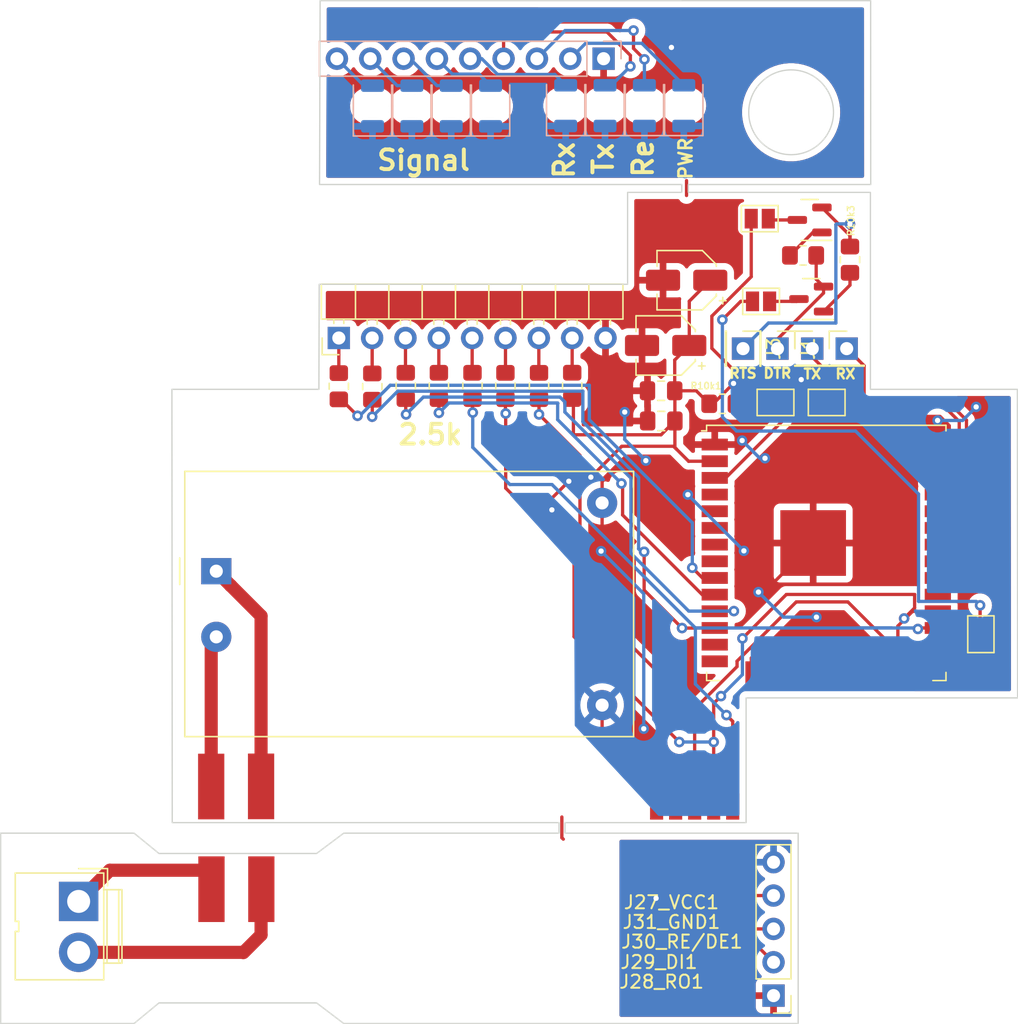
<source format=kicad_pcb>
(kicad_pcb (version 20211014) (generator pcbnew)
  (layers (0 "F.Cu" signal) (31 "B.Cu" signal) (34 "B.Paste" user) (35 "F.Paste" user) (36 "B.SilkS" user "B.Silkscreen") (37 "F.SilkS" user "F.Silkscreen") (38 "B.Mask" user) (39 "F.Mask" user) (44 "Edge.Cuts" user))
  (net 0 "")
  (net 1 "Net-(J3-Pad1)")
  (net 2 "Net-(J1-Pad1)")
  (net 3 "+3.3V")
  (net 4 "/EN")
  (net 5 "GND")
  (net 21 "/GPIO2")
  (net 22 "/GPIO0")
  (net 24 "/RX")
  (net 25 "/TX")
  (net 31 "/RXP")
  (net 32 "/TXD")
  (net 35 "Net-(D1-Pad2)")
  (net 36 "Net-(D2-Pad2)")
  (net 37 "Net-(D3-Pad2)")
  (net 38 "Net-(D4-Pad2)")
  (net 39 "GND1")
  (net 40 "Net-(J2-Pad2)")
  (net 41 "Net-(J2-Pad3)")
  (net 42 "Net-(J2-Pad4)")
  (net 43 "+3.3VA")
  (net 44 "Net-(J10-Pad1)")
  (net 45 "Net-(J6-Pad2)")
  (net 46 "Net-(J12-Pad1)")
  (net 47 "Net-(J13-Pad1)")
  (net 48 "Net-(JP3-Pad1)")
  (net 49 "Net-(JP4-Pad1)")
  (net 50 "Net-(JP5-Pad1)")
  (net 51 "Net-(D5-Pad2)")
  (net 52 "Net-(D6-Pad2)")
  (net 53 "Net-(D7-Pad2)")
  (net 54 "Net-(D8-Pad2)")
  (net 55 "Net-(Q1-Pad1)")
  (net 56 "Net-(Q2-Pad1)")
  (net 57 "/GPIO25")
  (net 58 "/GPIO26")
  (net 59 "/GPIO27")
  (net 60 "/GPIO33")
  (net 61 "Net-(J8-Pad1)")
  (net 62 "Net-(J8-Pad2)")
  (net 63 "Net-(J8-Pad3)")
  (net 64 "Net-(J8-Pad4)")
  (net 65 "Net-(J8-Pad5)")
  (net 66 "Net-(J8-Pad6)")
  (net 67 "Net-(J8-Pad7)")
  (net 68 "Net-(J8-Pad8)")
  (net 69 "GND2")
  (footprint "Connector_PinHeader_2.54mm:PinHeader_1x01_P2.54mm_Vertical" (layer "F.Cu") (at 185.425 96.2 -90)
    (fp_text reference "J3")
    (fp_text value "Conn_01x01_Male" hide)
  )
  (footprint "custom:TestPoint_Pad_4.0x4.0mm2" (layer "F.Cu") (at 181.79 131.12)
    (fp_text reference "J24" hide)
    (fp_text value "Conn_01x01_Male" hide)
  )
  (footprint "Jumper:SolderJumper-2_P1.3mm_Open_Pad1.0x1.5mm" (layer "F.Cu") (at 203.55 117.95 -90)
    (fp_text reference "JP2" hide)
    (fp_text value "SolderJumper_2_Open" hide)
  )
  (footprint "Connector_PinHeader_2.54mm:PinHeader_1x01_P2.54mm_Vertical" (layer "F.Cu") (at 188.05 96.2 -90)
    (fp_text reference "J1")
    (fp_text value "Conn_01x01_Male" hide)
  )
  (footprint "Resistor_SMD:R_0805_2012Metric_Pad1.20x1.40mm_HandSolder" (layer "F.Cu") (at 154.625 99.065 90)
    (fp_text reference "R2.5k8" hide)
    (fp_text value "R" hide)
  )
  (footprint "Jumper:SolderJumper-2_P1.3mm_Open_Pad1.0x1.5mm" (layer "F.Cu") (at 187.9 100.3)
    (fp_text reference "JP3" hide)
    (fp_text value "SolderJumper_2_Open" hide)
  )
  (footprint "Resistor_SMD:R_0805_2012Metric_Pad1.20x1.40mm_HandSolder" (layer "F.Cu") (at 193.575 89.425 -90)
    (fp_text reference "R10k3")
    (fp_text value "R" hide)
  )
  (footprint "Resistor_SMD:R_0805_2012Metric_Pad1.20x1.40mm_HandSolder" (layer "F.Cu") (at 190 89.1 180)
    (fp_text reference "R10k2" hide)
    (fp_text value "R" hide)
  )
  (footprint "custom:TestPoint_Pad_4.0x4.0mm2" (layer "F.Cu") (at 183.24 136.03)
    (fp_text reference "J29_DI1")
    (fp_text value "Conn_01x01_Male" hide)
  )
  (footprint "Resistor_SMD:R_0805_2012Metric_Pad1.20x1.40mm_HandSolder" (layer "F.Cu") (at 169.88 99.045 90)
    (fp_text reference "R2.5k2" hide)
    (fp_text value "R" hide)
  )
  (footprint "Connector_PinHeader_2.54mm:PinHeader_1x01_P2.54mm_Vertical" (layer "F.Cu") (at 190.7 96.2)
    (fp_text reference "J5" hide)
    (fp_text value "Conn_01x01_Male" hide)
  )
  (footprint "RF_Module:ESP32-WROOM-32U" (layer "F.Cu") (at 191.77 111.76)
    (fp_text reference "U1" hide)
    (fp_text value "ESP32-WROOM-32U" hide)
  )
  (footprint "custom:PinHeader_1x09_P2.54mm_Horizontal" (layer "F.Cu") (at 154.625 95.39 90)
    (fp_text reference "J8" hide)
    (fp_text value "Conn_01x09_Male" hide)
  )
  (footprint "Connector_PinHeader_2.54mm:PinHeader_1x05_P2.54mm_Vertical" (layer "F.Cu") (at 187.75 145.475 180)
    (fp_text reference "J2" hide)
    (fp_text value "Conn_01x05_Male" hide)
  )
  (footprint "Resistor_SMD:R_0805_2012Metric_Pad1.20x1.40mm_HandSolder" (layer "F.Cu") (at 157.175 99.09 90)
    (fp_text reference "R2.5k7" hide)
    (fp_text value "R" hide)
  )
  (footprint "Resistor_SMD:R_0805_2012Metric_Pad1.20x1.40mm_HandSolder" (layer "F.Cu") (at 167.32 99.045 90)
    (fp_text reference "R2.5k" hide)
    (fp_text value "R" hide)
  )
  (footprint "Jumper:SolderJumper-2_P1.3mm_Open_Pad1.0x1.5mm" (layer "F.Cu") (at 186.8 92.6 180)
    (fp_text reference "JP5" hide)
    (fp_text value "SolderJumper_2_Open" hide)
  )
  (footprint "Package_TO_SOT_SMD:SOT-23" (layer "F.Cu") (at 190.625 92.425 180)
    (fp_text reference "Q2" hide)
    (fp_text value "BC817" hide)
  )
  (footprint "Capacitor_SMD:CP_Elec_4x5.8" (layer "F.Cu") (at 181.13 90.99 180)
    (fp_text reference "C3" hide)
    (fp_text value "C_Polarized" hide)
  )
  (footprint "Resistor_SMD:R_0805_2012Metric_Pad1.20x1.40mm_HandSolder" (layer "F.Cu") (at 164.81 99.04 90)
    (fp_text reference "R2.5k4" hide)
    (fp_text value "R" hide)
  )
  (footprint "custom:TestPoint_Pad_4.0x4.0mm2" (layer "F.Cu") (at 180.34 131.12)
    (fp_text reference "J25" hide)
    (fp_text value "Conn_01x01_Male" hide)
  )
  (footprint "custom:TestPoint_Pad_4.0x4.0mm2" (layer "F.Cu") (at 178.89 136.03)
    (fp_text reference "J27_VCC1")
    (fp_text value "Conn_01x01_Male" hide)
  )
  (footprint "Capacitor_SMD:CP_Elec_4x5.8" (layer "F.Cu") (at 179.53 95.96 180)
    (fp_text reference "C4" hide)
    (fp_text value "C_Polarized" hide)
  )
  (footprint "Resistor_SMD:R_0805_2012Metric_Pad1.20x1.40mm_HandSolder" (layer "F.Cu") (at 159.725 99.04 90)
    (fp_text reference "R2.5k6" hide)
    (fp_text value "R" hide)
  )
  (footprint "Resistor_SMD:R_0805_2012Metric_Pad1.20x1.40mm_HandSolder" (layer "F.Cu") (at 162.25 99.04 90)
    (fp_text reference "R2.5k5" hide)
    (fp_text value "R" hide)
  )
  (footprint "custom:TestPoint_Pad_4.0x4.0mm" (layer "F.Cu") (at 144.95 129.6)
    (fp_text reference "J13" hide)
    (fp_text value "Conn_01x01_Male" hide)
  )
  (footprint "custom:TestPoint_Pad_4.0x4.0mm" (layer "F.Cu") (at 148.77 137.42)
    (fp_text reference "J9" hide)
    (fp_text value "Conn_01x01_Male" hide)
  )
  (footprint "custom:TestPoint_Pad_4.0x4.0mm" (layer "F.Cu") (at 144.97 137.42)
    (fp_text reference "J10" hide)
    (fp_text value "Conn_01x01_Male" hide)
  )
  (footprint "Resistor_SMD:R_0805_2012Metric_Pad1.20x1.40mm_HandSolder" (layer "F.Cu") (at 172.41 99.035 90)
    (fp_text reference "R2.5k1" hide)
    (fp_text value "R" hide)
  )
  (footprint "custom:TestPoint_Pad_4.0x4.0mm2" (layer "F.Cu") (at 183.24 131.12)
    (fp_text reference "J23" hide)
    (fp_text value "Conn_01x01_Male" hide)
  )
  (footprint "custom:TestPoint_Pad_4.0x4.0mm2" (layer "F.Cu") (at 184.69 131.12)
    (fp_text reference "J22" hide)
    (fp_text value "Conn_01x01_Male" hide)
  )
  (footprint "custom:TestPoint_Pad_4.0x4.0mm" (layer "F.Cu") (at 148.75 129.59)
    (fp_text reference "J12" hide)
    (fp_text value "Conn_01x01_Male" hide)
  )
  (footprint "custom:TestPoint_Pad_4.0x4.0mm2" (layer "F.Cu") (at 184.69 136.03)
    (fp_text reference "J28_RO1")
    (fp_text value "Conn_01x01_Male" hide)
  )
  (footprint "Connector:JWT_A3963_1x02_P3.96mm_Vertical" (layer "F.Cu") (at 134.8 138.3 -90)
    (fp_text reference "J6" hide)
    (fp_text value "Screw_Terminal_01x02" hide)
  )
  (footprint "Package_TO_SOT_SMD:SOT-23" (layer "F.Cu") (at 190.5 86.4 180)
    (fp_text reference "Q1" hide)
    (fp_text value "BC817" hide)
  )
  (footprint "Jumper:SolderJumper-2_P1.3mm_Open_Pad1.0x1.5mm" (layer "F.Cu") (at 186.7 86.3 180)
    (fp_text reference "JP4" hide)
    (fp_text value "SolderJumper_2_Open" hide)
  )
  (footprint "custom:TestPoint_Pad_4.0x4.0mm2" (layer "F.Cu") (at 178.89 131.12)
    (fp_text reference "J26" hide)
    (fp_text value "Conn_01x01_Male" hide)
  )
  (footprint "Jumper:SolderJumper-2_P1.3mm_Open_Pad1.0x1.5mm" (layer "F.Cu") (at 191.8 100.3)
    (fp_text reference "JP1" hide)
    (fp_text value "SolderJumper_2_Open" hide)
  )
  (footprint "Capacitor_SMD:C_0805_2012Metric_Pad1.18x1.45mm_HandSolder" (layer "F.Cu") (at 179.195 101.71 180)
    (fp_text reference "C1" hide)
    (fp_text value "C" hide)
  )
  (footprint "custom:TestPoint_Pad_4.0x4.0mm2" (layer "F.Cu") (at 181.79 136.03)
    (fp_text reference "J30_RE/DE1")
    (fp_text value "Conn_01x01_Male" hide)
  )
  (footprint "Converter_ACDC:Converter_ACDC_HiLink_HLK-PMxx" (layer "F.Cu") (at 145.2875 113.15)
    (fp_text reference "PS1" hide)
    (fp_text value "HLK-PM03")
  )
  (footprint "Connector_PinHeader_2.54mm:PinHeader_1x01_P2.54mm_Vertical" (layer "F.Cu") (at 193.325 96.2)
    (fp_text reference "J4" hide)
    (fp_text value "Conn_01x01_Male" hide)
  )
  (footprint "Capacitor_SMD:C_0805_2012Metric_Pad1.18x1.45mm_HandSolder" (layer "F.Cu") (at 179.1825 99.41 180)
    (fp_text reference "C2" hide)
    (fp_text value "C" hide)
  )
  (footprint "Resistor_SMD:R_0805_2012Metric_Pad1.20x1.40mm_HandSolder" (layer "F.Cu") (at 183.85 100.4)
    (fp_text reference "R10k1")
    (fp_text value "R" hide)
  )
  (footprint "custom:TestPoint_Pad_4.0x4.0mm2" (layer "F.Cu") (at 180.34 136.03)
    (fp_text reference "J31_GND1")
    (fp_text value "Conn_01x01_Male" hide)
  )
  (footprint "LED_SMD:LED_1206_3216Metric_ReverseMount_Hole1.8x2.4mm" (layer "B.Cu") (at 177.91 77.69 90)
    (fp_text reference "D1" hide)
    (fp_text value "LED" hide)
  )
  (footprint "LED_SMD:LED_1206_3216Metric_ReverseMount_Hole1.8x2.4mm" (layer "B.Cu") (at 160.19 77.72 90)
    (fp_text reference "D7" hide)
    (fp_text value "LED" hide)
  )
  (footprint "LED_SMD:LED_1206_3216Metric_ReverseMount_Hole1.8x2.4mm" (layer "B.Cu") (at 180.91 77.69 90)
    (fp_text reference "D4" hide)
    (fp_text value "LED")
  )
  (footprint "LED_SMD:LED_1206_3216Metric_ReverseMount_Hole1.8x2.4mm" (layer "B.Cu") (at 157.19 77.72 90)
    (fp_text reference "D8" hide)
    (fp_text value "LED" hide)
  )
  (footprint "LED_SMD:LED_1206_3216Metric_ReverseMount_Hole1.8x2.4mm" (layer "B.Cu") (at 163.19 77.72 90)
    (fp_text reference "D6" hide)
    (fp_text value "LED" hide)
  )
  (footprint "LED_SMD:LED_1206_3216Metric_ReverseMount_Hole1.8x2.4mm" (layer "B.Cu") (at 171.91 77.69 90)
    (fp_text reference "D3" hide)
    (fp_text value "LED" hide)
  )
  (footprint "LED_SMD:LED_1206_3216Metric_ReverseMount_Hole1.8x2.4mm" (layer "B.Cu") (at 166.19 77.72 90)
    (fp_text reference "D5" hide)
    (fp_text value "LED" hide)
  )
  (footprint "Connector_PinSocket_2.54mm:PinSocket_1x09_P2.54mm_Vertical" (layer "B.Cu") (at 174.8 74.11901 90)
    (fp_text reference "J7" hide)
    (fp_text value "Conn_01x09_Male" hide)
  )
  (footprint "LED_SMD:LED_1206_3216Metric_ReverseMount_Hole1.8x2.4mm" (layer "B.Cu") (at 174.91 77.69 90)
    (fp_text reference "D2" hide)
    (fp_text value "LED" hide)
  )
  (gr_poly (pts (xy 195.15 69.7) (xy 195.156493 83.7) (xy 181.256493 83.7) (xy 181.256493 84.3) (xy 195.131493 84.3) (xy 195.131493 99.3) (xy 206.331493 99.3) (xy 206.35 122.8) (xy 185.66 122.8) (xy 185.66 132.3) (xy 171.856493 132.3) (xy 171.856493 133.1) (xy 189.626493 133.1) (xy 189.626493 147.6) (xy 155 147.6) (xy 152.93 146.03) (xy 140.92 146.03) (xy 139.02 147.6) (xy 128.856493 147.6) (xy 128.856493 133.1) (xy 139.02 133.1) (xy 140.92 134.65) (xy 152.93 134.65) (xy 155 133.1) (xy 171.406493 133.1) (xy 171.406493 132.3) (xy 141.931493 132.3) (xy 141.906493 99.3) (xy 153.106493 99.3) (xy 153.13 91.3) (xy 176.63 91.3) (xy 176.63 84.3) (xy 180.756493 84.3) (xy 180.756493 83.7) (xy 153.156493 83.7) (xy 153.2 69.698012)) (layer "Edge.Cuts") (width 0.1) (fill none))
  (gr_circle (center 189.09 78.2) (end 192.32 78.2) (layer "Edge.Cuts") (width 0.1) (fill none))
  (gr_text "RTS DTR" (at 186.74 98.08) (layer "F.SilkS") (effects (font (size 0.75 0.75) (thickness 0.1875))))
  (gr_text "PWR" (at 181.05 81.72 90) (layer "F.SilkS") (effects (font (size 1 1) (thickness 0.2))))
  (gr_text "2.5k" (at 161.59 102.75) (layer "F.SilkS") (effects (font (size 1.5 1.5) (thickness 0.3))))
  (gr_text "Rx" (at 171.8 81.85 90) (layer "F.SilkS") (effects (font (size 1.5 1.5) (thickness 0.3))))
  (gr_text "Signal" (at 161.08 81.85) (layer "F.SilkS") (effects (font (size 1.5 1.5) (thickness 0.3))))
  (gr_text "TX  RX" (at 192.01 98.13) (layer "F.SilkS") (effects (font (size 0.75 0.75) (thickness 0.1875))))
  (gr_text "Tx" (at 174.77 81.74 90) (layer "F.SilkS") (effects (font (size 1.5 1.5) (thickness 0.3))))
  (gr_text "Re" (at 177.81 81.72 90) (layer "F.SilkS") (effects (font (size 1.5 1.5) (thickness 0.3))))
  (segment (start 171.62 133.45) (end 171.73 133.56) (width 0.25) (layer "F.Cu") (net 0))
  (segment (start 171.62 131.87) (end 171.62 133.45) (width 0.25) (layer "F.Cu") (net 0))
  (segment (start 181.12 83.4) (end 181.12 84.54) (width 0.25) (layer "F.Cu") (net 0))
  (segment (start 193.575 87.5875) (end 191.4375 85.45) (width 0.25) (layer "F.Cu") (net 1))
  (segment (start 193.575 88.425) (end 193.575 86.7) (width 0.25) (layer "F.Cu") (net 1))
  (segment (start 193.575 88.425) (end 193.575 87.5875) (width 0.25) (layer "F.Cu") (net 1))
  (via (at 193.575 86.7) (size 0.8) (drill 0.4) (layers "F.Cu" "B.Cu") (net 1))
  (segment (start 185.425 96.185) (end 185.425 96.2) (width 0.25) (layer "B.Cu") (net 1))
  (segment (start 192.5 86.75) (end 192.5 94.25) (width 0.25) (layer "B.Cu") (net 1))
  (segment (start 192.5 94.25) (end 187.36 94.25) (width 0.25) (layer "B.Cu") (net 1))
  (segment (start 193.575 86.7) (end 192.55 86.7) (width 0.25) (layer "B.Cu") (net 1))
  (segment (start 192.55 86.7) (end 192.5 86.75) (width 0.25) (layer "B.Cu") (net 1))
  (segment (start 187.36 94.25) (end 185.425 96.185) (width 0.25) (layer "B.Cu") (net 1))
  (segment (start 191 90.9125) (end 191.5625 91.475) (width 0.25) (layer "F.Cu") (net 2))
  (segment (start 191.5625 91.965749) (end 188.05 95.478249) (width 0.25) (layer "F.Cu") (net 2))
  (segment (start 191.5625 91.475) (end 191.5625 91.965749) (width 0.25) (layer "F.Cu") (net 2))
  (segment (start 188.05 95.478249) (end 188.05 96.2) (width 0.25) (layer "F.Cu") (net 2))
  (segment (start 191 89.1) (end 191 90.9125) (width 0.25) (layer "F.Cu") (net 2))
  (segment (start 181.86 99.41) (end 182.85 100.4) (width 0.25) (layer "F.Cu") (net 3))
  (segment (start 180.35 103.85) (end 180.2325 103.7325) (width 0.25) (layer "F.Cu") (net 3))
  (segment (start 182.85 100.4) (end 183.15 100.4) (width 0.25) (layer "F.Cu") (net 3))
  (segment (start 183.27 104.775) (end 181.285 104.775) (width 0.25) (layer "F.Cu") (net 3))
  (segment (start 181.33 92.59) (end 182.93 90.99) (width 0.25) (layer "F.Cu") (net 3))
  (segment (start 172.5 102.76) (end 179.1825 102.76) (width 0.25) (layer "F.Cu") (net 3))
  (segment (start 183.15 100.4) (end 184.700201 98.849799) (width 0.25) (layer "F.Cu") (net 3))
  (segment (start 180.22 99.41) (end 180.22 97.07) (width 0.25) (layer "F.Cu") (net 3))
  (segment (start 180.135 103.635) (end 176.185 103.635) (width 0.25) (layer "F.Cu") (net 3))
  (segment (start 180.2325 103.7325) (end 180.2325 101.71) (width 0.25) (layer "F.Cu") (net 3))
  (segment (start 180.22 99.41) (end 181.86 99.41) (width 0.25) (layer "F.Cu") (net 3))
  (segment (start 172.5 100.125) (end 172.41 100.035) (width 0.25) (layer "F.Cu") (net 3))
  (segment (start 181.33 95.96) (end 181.33 92.59) (width 0.25) (layer "F.Cu") (net 3))
  (segment (start 180.35 103.85) (end 180.135 103.635) (width 0.25) (layer "F.Cu") (net 3))
  (segment (start 180.2325 99.4225) (end 180.22 99.41) (width 0.25) (layer "F.Cu") (net 3))
  (segment (start 172.5 102.76) (end 172.5 100.125) (width 0.25) (layer "F.Cu") (net 3))
  (segment (start 180.22 97.07) (end 181.33 95.96) (width 0.25) (layer "F.Cu") (net 3))
  (segment (start 181.285 104.775) (end 181.28 104.78) (width 0.25) (layer "F.Cu") (net 3))
  (segment (start 170.86 107.59) (end 170.86 108.48) (width 0.25) (layer "F.Cu") (net 3))
  (segment (start 181.28 104.78) (end 180.35 103.85) (width 0.25) (layer "F.Cu") (net 3))
  (segment (start 174.6875 123.35) (end 174.6875 126.9175) (width 0.25) (layer "F.Cu") (net 3))
  (segment (start 174.6875 126.9175) (end 178.84 131.07) (width 0.25) (layer "F.Cu") (net 3))
  (segment (start 172.15 106.3) (end 170.86 107.59) (width 0.25) (layer "F.Cu") (net 3))
  (segment (start 179.1825 102.76) (end 180.2325 101.71) (width 0.25) (layer "F.Cu") (net 3))
  (segment (start 180.2325 101.71) (end 180.2325 99.4225) (width 0.25) (layer "F.Cu") (net 3))
  (segment (start 176.185 103.635) (end 173.83 105.99) (width 0.25) (layer "F.Cu") (net 3))
  (via (at 173.83 105.99) (size 0.8) (drill 0.4) (layers "F.Cu" "B.Cu") (net 3))
  (via (at 170.86 108.48) (size 0.8) (drill 0.4) (layers "F.Cu" "B.Cu") (net 3))
  (via (at 189.86 98.56) (size 0.8) (drill 0.4) (layers "F.Cu" "B.Cu") (net 3))
  (via (at 184.700201 98.849799) (size 0.8) (drill 0.4) (layers "F.Cu" "B.Cu") (net 3))
  (via (at 172.15 106.3) (size 0.8) (drill 0.4) (layers "F.Cu" "B.Cu") (net 3))
  (segment (start 173.83 105.99) (end 172.46 105.99) (width 0.25) (layer "B.Cu") (net 3))
  (segment (start 172.46 105.99) (end 172.15 106.3) (width 0.25) (layer "B.Cu") (net 3))
  (segment (start 184.99 98.56) (end 189.86 98.56) (width 0.25) (layer "B.Cu") (net 3))
  (segment (start 184.700201 98.849799) (end 184.99 98.56) (width 0.25) (layer "B.Cu") (net 3))
  (segment (start 186.05 90.725) (end 183.05 93.725) (width 0.25) (layer "F.Cu") (net 4))
  (segment (start 184.1 106.045) (end 183.27 106.045) (width 0.25) (layer "F.Cu") (net 4))
  (segment (start 183.05 96.175) (end 186.1 99.225) (width 0.25) (layer "F.Cu") (net 4))
  (segment (start 183.05 93.725) (end 183.05 96.175) (width 0.25) (layer "F.Cu") (net 4))
  (segment (start 188.075 99.225) (end 188.55 99.7) (width 0.25) (layer "F.Cu") (net 4))
  (segment (start 188.55 100.3) (end 191.15 100.3) (width 0.25) (layer "F.Cu") (net 4))
  (segment (start 188.55 99.7) (end 188.55 100.3) (width 0.25) (layer "F.Cu") (net 4))
  (segment (start 186.05 86.3) (end 186.05 90.725) (width 0.25) (layer "F.Cu") (net 4))
  (segment (start 188.55 100.3) (end 188.55 101.595) (width 0.25) (layer "F.Cu") (net 4))
  (segment (start 186.1 99.225) (end 188.075 99.225) (width 0.25) (layer "F.Cu") (net 4))
  (segment (start 188.55 101.595) (end 184.1 106.045) (width 0.25) (layer "F.Cu") (net 4))
  (segment (start 191.02 118.43) (end 190.44 119.01) (width 0.25) (layer "F.Cu") (net 5))
  (segment (start 187.035 114.74) (end 190.77 111.005) (width 0.25) (layer "F.Cu") (net 5))
  (segment (start 186.085 111.005) (end 185.49 111.6) (width 0.25) (layer "F.Cu") (net 5))
  (segment (start 187 104.65) (end 187.1 104.55) (width 0.25) (layer "F.Cu") (net 5))
  (segment (start 178.12 101.7475) (end 178.1575 101.71) (width 0.25) (layer "F.Cu") (net 5))
  (segment (start 186.81 119.01) (end 186.055 119.765) (width 0.25) (layer "F.Cu") (net 5))
  (segment (start 174.61 111.62) (end 174.6875 111.5425) (width 0.25) (layer "F.Cu") (net 5))
  (segment (start 190.77 111.005) (end 186.085 111.005) (width 0.25) (layer "F.Cu") (net 5))
  (segment (start 186.6 114.74) (end 187.035 114.74) (width 0.25) (layer "F.Cu") (net 5))
  (segment (start 186.055 121.015) (end 186.055 121.855) (width 0.25) (layer "F.Cu") (net 5))
  (segment (start 186.055 119.765) (end 186.055 121.015) (width 0.25) (layer "F.Cu") (net 5))
  (segment (start 190.44 119.01) (end 186.81 119.01) (width 0.25) (layer "F.Cu") (net 5))
  (segment (start 174.6875 111.5425) (end 174.6875 107.95) (width 0.25) (layer "F.Cu") (net 5))
  (segment (start 186.05 121.01) (end 186.055 121.015) (width 0.25) (layer "F.Cu") (net 5))
  (segment (start 178.02 104.73) (end 176.281155 104.73) (width 0.25) (layer "F.Cu") (net 5))
  (segment (start 174.6875 106.323655) (end 174.6875 107.95) (width 0.25) (layer "F.Cu") (net 5))
  (segment (start 176.281155 104.73) (end 174.6875 106.323655) (width 0.25) (layer "F.Cu") (net 5))
  (segment (start 178.1575 99.4225) (end 178.145 99.41) (width 0.25) (layer "F.Cu") (net 5))
  (segment (start 191.02 116.65) (end 191.02 118.43) (width 0.25) (layer "F.Cu") (net 5))
  (segment (start 183.5755 103.1995) (end 183.27 103.505) (width 0.25) (layer "F.Cu") (net 5))
  (via (at 181.22 107.32) (size 0.8) (drill 0.4) (layers "F.Cu" "B.Cu") (net 5))
  (via (at 177.86 125.15) (size 0.8) (drill 0.4) (layers "F.Cu" "B.Cu") (net 5))
  (via (at 178.02 104.73) (size 0.8) (drill 0.4) (layers "F.Cu" "B.Cu") (net 5))
  (via (at 191.02 116.65) (size 0.8) (drill 0.4) (layers "F.Cu" "B.Cu") (net 5))
  (via (at 185.49 111.6) (size 0.8) (drill 0.4) (layers "F.Cu" "B.Cu") (net 5))
  (via (at 200.25 101.67) (size 0.8) (drill 0.4) (layers "F.Cu" "B.Cu") (net 5))
  (via (at 203.19 100.64) (size 0.8) (drill 0.4) (layers "F.Cu" "B.Cu") (net 5))
  (via (at 176.41 101.03) (size 0.8) (drill 0.4) (layers "F.Cu" "B.Cu") (net 5))
  (via (at 185.355637 103.1995) (size 0.8) (drill 0.4) (layers "F.Cu" "B.Cu") (net 5))
  (via (at 174.61 111.62) (size 0.8) (drill 0.4) (layers "F.Cu" "B.Cu") (net 5))
  (via (at 186.6 114.74) (size 0.8) (drill 0.4) (layers "F.Cu" "B.Cu") (net 5))
  (via (at 187.1 104.55) (size 0.8) (drill 0.4) (layers "F.Cu" "B.Cu") (net 5))
  (segment (start 187.1 104.55) (end 186.706137 104.55) (width 0.25) (layer "B.Cu") (net 5))
  (segment (start 185.355637 103.1995) (end 185.335137 103.22) (width 0.25) (layer "B.Cu") (net 5))
  (segment (start 200.25 101.67) (end 202.16 101.67) (width 0.25) (layer "B.Cu") (net 5))
  (segment (start 176.41 103.12) (end 176.41 101.03) (width 0.25) (layer "B.Cu") (net 5))
  (segment (start 177.86 114.87) (end 174.61 111.62) (width 0.25) (layer "B.Cu") (net 5))
  (segment (start 186.706137 104.55) (end 185.355637 103.1995) (width 0.25) (layer "B.Cu") (net 5))
  (segment (start 202.16 101.67) (end 203.19 100.64) (width 0.25) (layer "B.Cu") (net 5))
  (segment (start 185.49 111.6) (end 181.22 107.33) (width 0.25) (layer "B.Cu") (net 5))
  (segment (start 186.6 114.74) (end 188.51 116.65) (width 0.25) (layer "B.Cu") (net 5))
  (segment (start 188.51 116.65) (end 191.02 116.65) (width 0.25) (layer "B.Cu") (net 5))
  (segment (start 178.02 104.73) (end 176.41 103.12) (width 0.25) (layer "B.Cu") (net 5))
  (segment (start 177.86 125.15) (end 177.86 114.87) (width 0.25) (layer "B.Cu") (net 5))
  (segment (start 181.22 107.33) (end 181.22 107.32) (width 0.25) (layer "B.Cu") (net 5))
  (segment (start 184.97 120) (end 189.48 115.49) (width 0.25) (layer "F.Cu") (net 21))
  (segment (start 184.97 120.415) (end 184.97 120) (width 0.25) (layer "F.Cu") (net 21))
  (segment (start 181.74 123.645) (end 184.97 120.415) (width 0.25) (layer "F.Cu") (net 21))
  (segment (start 189.48 115.49) (end 193.415 115.49) (width 0.25) (layer "F.Cu") (net 21))
  (segment (start 181.74 131.07) (end 181.74 123.645) (width 0.25) (layer "F.Cu") (net 21))
  (segment (start 173 114.905) (end 181.74 123.645) (width 0.25) (layer "F.Cu") (net 21))
  (segment (start 169.88 101.21) (end 173 104.33) (width 0.25) (layer "F.Cu") (net 21))
  (segment (start 193.415 115.49) (end 196.6025 118.6775) (width 0.25) (layer "F.Cu") (net 21))
  (segment (start 196.59 118.68) (end 197.485 119.575) (width 0.25) (layer "F.Cu") (net 21))
  (segment (start 169.88 100.045) (end 169.88 101.155) (width 0.25) (layer "F.Cu") (net 21))
  (segment (start 173 104.33) (end 173 114.905) (width 0.25) (layer "F.Cu") (net 21))
  (segment (start 197.485 119.575) (end 197.485 121.015) (width 0.25) (layer "F.Cu") (net 21))
  (via (at 169.88 101.21) (size 0.8) (drill 0.4) (layers "F.Cu" "B.Cu") (net 21))
  (segment (start 203.49 115.75) (end 203.49 117.24) (width 0.25) (layer "F.Cu") (net 22))
  (segment (start 202.5 117.3) (end 201.595 118.205) (width 0.25) (layer "F.Cu") (net 22))
  (segment (start 183.85 94) (end 185.25 92.6) (width 0.25) (layer "F.Cu") (net 22))
  (segment (start 203.49 117.24) (end 203.55 117.3) (width 0.25) (layer "F.Cu") (net 22))
  (segment (start 203.55 117.3) (end 202.5 117.3) (width 0.25) (layer "F.Cu") (net 22))
  (segment (start 201.1 120.015) (end 200.27 120.015) (width 0.25) (layer "F.Cu") (net 22))
  (segment (start 185.25 92.6) (end 186.15 92.6) (width 0.25) (layer "F.Cu") (net 22))
  (segment (start 201.595 118.205) (end 201.595 119.52) (width 0.25) (layer "F.Cu") (net 22))
  (segment (start 201.595 119.52) (end 201.1 120.015) (width 0.25) (layer "F.Cu") (net 22))
  (via (at 203.49 115.75) (size 0.8) (drill 0.4) (layers "F.Cu" "B.Cu") (net 22))
  (via (at 183.85 94) (size 0.8) (drill 0.4) (layers "F.Cu" "B.Cu") (net 22))
  (segment (start 198.8 115.45) (end 201.7 115.45) (width 0.25) (layer "B.Cu") (net 22))
  (segment (start 201.7 115.45) (end 203.19 115.45) (width 0.25) (layer "B.Cu") (net 22))
  (segment (start 194 102.475) (end 198.8 107.275) (width 0.25) (layer "B.Cu") (net 22))
  (segment (start 198.8 107.275) (end 198.8 115.45) (width 0.25) (layer "B.Cu") (net 22))
  (segment (start 183.85 101.4) (end 184.925 102.475) (width 0.25) (layer "B.Cu") (net 22))
  (segment (start 183.85 94) (end 183.85 101.4) (width 0.25) (layer "B.Cu") (net 22))
  (segment (start 203.19 115.45) (end 203.49 115.75) (width 0.25) (layer "B.Cu") (net 22))
  (segment (start 184.925 102.475) (end 194 102.475) (width 0.25) (layer "B.Cu") (net 22))
  (segment (start 198.825 117.475) (end 200.27 117.475) (width 0.25) (layer "F.Cu") (net 24))
  (segment (start 164.81 100.04) (end 164.81 101.065) (width 0.25) (layer "F.Cu") (net 24))
  (segment (start 184.64 124.59) (end 184.16 124.11) (width 0.25) (layer "F.Cu") (net 24))
  (segment (start 184.64 131.07) (end 184.64 124.59) (width 0.25) (layer "F.Cu") (net 24))
  (segment (start 198.75 117.55) (end 198.825 117.475) (width 0.25) (layer "F.Cu") (net 24))
  (via (at 198.75 117.55) (size 0.8) (drill 0.4) (layers "F.Cu" "B.Cu") (net 24))
  (via (at 164.83 101.07) (size 0.8) (drill 0.4) (layers "F.Cu" "B.Cu") (net 24))
  (via (at 184.16 124.11) (size 0.8) (drill 0.4) (layers "F.Cu" "B.Cu") (net 24))
  (segment (start 181.7945 117.4745) (end 196.750305 117.4745) (width 0.25) (layer "B.Cu") (net 24))
  (segment (start 184.16 124.11) (end 181.7945 121.7445) (width 0.25) (layer "B.Cu") (net 24))
  (segment (start 194.115 117.475) (end 198.675 117.475) (width 0.25) (layer "B.Cu") (net 24))
  (segment (start 164.83 101.07) (end 164.83 103.72) (width 0.25) (layer "B.Cu") (net 24))
  (segment (start 164.83 103.72) (end 167.66 106.55) (width 0.25) (layer "B.Cu") (net 24))
  (segment (start 198.675 117.475) (end 198.75 117.55) (width 0.25) (layer "B.Cu") (net 24))
  (segment (start 170.87 106.55) (end 181.7945 117.4745) (width 0.25) (layer "B.Cu") (net 24))
  (segment (start 167.66 106.55) (end 170.87 106.55) (width 0.25) (layer "B.Cu") (net 24))
  (segment (start 181.7945 121.7445) (end 181.7945 117.4745) (width 0.25) (layer "B.Cu") (net 24))
  (segment (start 198.345 116.205) (end 197.225 117.325) (width 0.25) (layer "F.Cu") (net 25))
  (segment (start 167.34 101.14) (end 167.34 106.821396) (width 0.25) (layer "F.Cu") (net 25))
  (segment (start 167.32 100.045) (end 167.32 101.115) (width 0.25) (layer "F.Cu") (net 25))
  (segment (start 183.19 126.16) (end 183.19 123.2196) (width 0.25) (layer "F.Cu") (net 25))
  (segment (start 167.34 106.821396) (end 172.55 112.031396) (width 0.25) (layer "F.Cu") (net 25))
  (segment (start 185.38 118.27) (end 188.73 114.92) (width 0.25) (layer "F.Cu") (net 25))
  (segment (start 172.55 112.031396) (end 172.55 118.14) (width 0.25) (layer "F.Cu") (net 25))
  (segment (start 183.19 123.2196) (end 183.7448 122.6648) (width 0.25) (layer "F.Cu") (net 25))
  (segment (start 198.5 114.92) (end 198.5 115.9505) (width 0.25) (layer "F.Cu") (net 25))
  (segment (start 198.5 115.9505) (end 197.7 116.7505) (width 0.25) (layer "F.Cu") (net 25))
  (segment (start 183.19 131.07) (end 183.19 126.16) (width 0.25) (layer "F.Cu") (net 25))
  (segment (start 197.225 117.325) (end 197.225 118.625) (width 0.25) (layer "F.Cu") (net 25))
  (segment (start 200.27 116.205) (end 198.345 116.205) (width 0.25) (layer "F.Cu") (net 25))
  (segment (start 188.73 114.92) (end 198.5 114.92) (width 0.25) (layer "F.Cu") (net 25))
  (segment (start 197.225 118.625) (end 198.3 119.7) (width 0.25) (layer "F.Cu") (net 25))
  (segment (start 172.55 118.14) (end 180.57 126.16) (width 0.25) (layer "F.Cu") (net 25))
  (via (at 197.7 116.7505) (size 0.8) (drill 0.4) (layers "F.Cu" "B.Cu") (net 25))
  (via (at 185.38 118.27) (size 0.8) (drill 0.4) (layers "F.Cu" "B.Cu") (net 25))
  (via (at 183.7448 122.6648) (size 0.8) (drill 0.4) (layers "F.Cu" "B.Cu") (net 25))
  (via (at 183.19 126.16) (size 0.8) (drill 0.4) (layers "F.Cu" "B.Cu") (net 25))
  (via (at 180.57 126.16) (size 0.8) (drill 0.4) (layers "F.Cu" "B.Cu") (net 25))
  (via (at 167.34 101.14) (size 0.8) (drill 0.4) (layers "F.Cu" "B.Cu") (net 25))
  (segment (start 180.57 126.16) (end 183.19 126.16) (width 0.25) (layer "B.Cu") (net 25))
  (segment (start 185.38 121.0296) (end 185.38 118.27) (width 0.25) (layer "B.Cu") (net 25))
  (segment (start 183.7448 122.6648) (end 185.38 121.0296) (width 0.25) (layer "B.Cu") (net 25))
  (segment (start 197.7 116.85) (end 197.7 116.7505) (width 0.25) (layer "B.Cu") (net 25))
  (segment (start 194.65 97.5) (end 193.35 96.2) (width 0.25) (layer "F.Cu") (net 31))
  (segment (start 194.9 100) (end 194.65 99.75) (width 0.25) (layer "F.Cu") (net 31))
  (segment (start 201.515 108.585) (end 202.45 107.65) (width 0.25) (layer "F.Cu") (net 31))
  (segment (start 202.45 101.65) (end 200.8 100) (width 0.25) (layer "F.Cu") (net 31))
  (segment (start 194.65 99.75) (end 194.65 97.5) (width 0.25) (layer "F.Cu") (net 31))
  (segment (start 200.27 108.585) (end 201.515 108.585) (width 0.25) (layer "F.Cu") (net 31))
  (segment (start 200.8 100) (end 194.9 100) (width 0.25) (layer "F.Cu") (net 31))
  (segment (start 202.45 107.65) (end 202.45 101.65) (width 0.25) (layer "F.Cu") (net 31))
  (segment (start 201.9 106.515) (end 201.9 101.75) (width 0.25) (layer "F.Cu") (net 32))
  (segment (start 200.27 107.315) (end 201.1 107.315) (width 0.25) (layer "F.Cu") (net 32))
  (segment (start 201.1 107.315) (end 201.9 106.515) (width 0.25) (layer "F.Cu") (net 32))
  (segment (start 190.7 96.836396) (end 190.7 96.2) (width 0.25) (layer "F.Cu") (net 32))
  (segment (start 201.9 101.75) (end 200.75 100.6) (width 0.25) (layer "F.Cu") (net 32))
  (segment (start 194.463604 100.6) (end 190.7 96.836396) (width 0.25) (layer "F.Cu") (net 32))
  (segment (start 200.75 100.6) (end 194.463604 100.6) (width 0.25) (layer "F.Cu") (net 32))
  (segment (start 177.08 73.334598) (end 177.912701 74.167299) (width 0.25) (layer "F.Cu") (net 35))
  (segment (start 177.08 71.97) (end 177.08 73.334598) (width 0.25) (layer "F.Cu") (net 35))
  (via (at 177.912701 74.167299) (size 0.8) (drill 0.4) (layers "F.Cu" "B.Cu") (net 35))
  (via (at 177.08 71.97) (size 0.8) (drill 0.4) (layers "F.Cu" "B.Cu") (net 35))
  (segment (start 177.912701 74.167299) (end 177.91 74.17) (width 0.25) (layer "B.Cu") (net 35))
  (segment (start 169.72 74.11901) (end 171.86901 71.97) (width 0.25) (layer "B.Cu") (net 35))
  (segment (start 171.86901 71.97) (end 177.08 71.97) (width 0.25) (layer "B.Cu") (net 35))
  (segment (start 177.91 74.17) (end 177.91 76.14) (width 0.25) (layer "B.Cu") (net 35))
  (segment (start 175.05599 72.08) (end 167.54 72.08) (width 0.25) (layer "F.Cu") (net 36))
  (segment (start 167.18 72.44) (end 167.18 74.11901) (width 0.25) (layer "F.Cu") (net 36))
  (segment (start 176.84 74.7) (end 176.84 73.86401) (width 0.25) (layer "F.Cu") (net 36))
  (segment (start 167.54 72.08) (end 167.18 72.44) (width 0.25) (layer "F.Cu") (net 36))
  (segment (start 176.84 73.86401) (end 175.05599 72.08) (width 0.25) (layer "F.Cu") (net 36))
  (via (at 176.84 74.7) (size 0.8) (drill 0.4) (layers "F.Cu" "B.Cu") (net 36))
  (segment (start 174.91 76.14) (end 175.4 76.14) (width 0.25) (layer "B.Cu") (net 36))
  (segment (start 174.29 76.14) (end 174.91 76.14) (width 0.25) (layer "B.Cu") (net 36))
  (segment (start 175.4 76.14) (end 176.84 74.7) (width 0.25) (layer "B.Cu") (net 36))
  (segment (start 171.09 75.32) (end 171.91 76.14) (width 0.25) (layer "B.Cu") (net 37))
  (segment (start 166.719289 75.32) (end 171.09 75.32) (width 0.25) (layer "B.Cu") (net 37))
  (segment (start 164.64 74.11901) (end 165.518299 74.11901) (width 0.25) (layer "B.Cu") (net 37))
  (segment (start 165.518299 74.11901) (end 166.719289 75.32) (width 0.25) (layer "B.Cu") (net 37))
  (segment (start 177.71401 72.94401) (end 180.91 76.14) (width 0.25) (layer "B.Cu") (net 38))
  (segment (start 172.26 74.11901) (end 173.435 72.94401) (width 0.25) (layer "B.Cu") (net 38))
  (segment (start 173.435 72.94401) (end 177.71401 72.94401) (width 0.25) (layer "B.Cu") (net 38))
  (segment (start 181.74 135.98) (end 181.74 136.925) (width 0.25) (layer "F.Cu") (net 40))
  (segment (start 181.74 136.925) (end 187.75 142.935) (width 0.25) (layer "F.Cu") (net 40))
  (segment (start 186.355 140.395) (end 187.75 140.395) (width 0.25) (layer "F.Cu") (net 41))
  (segment (start 183.19 137.23) (end 186.355 140.395) (width 0.25) (layer "F.Cu") (net 41))
  (segment (start 183.19 135.98) (end 183.19 137.23) (width 0.25) (layer "F.Cu") (net 41))
  (segment (start 184.64 135.98) (end 184.64 137.31) (width 0.25) (layer "F.Cu") (net 42))
  (segment (start 185.2 137.87) (end 185.215 137.855) (width 0.25) (layer "F.Cu") (net 42))
  (segment (start 185.215 137.855) (end 187.75 137.855) (width 0.25) (layer "F.Cu") (net 42))
  (segment (start 184.64 137.31) (end 185.2 137.87) (width 0.25) (layer "F.Cu") (net 42))
  (segment (start 178.84 135.98) (end 178.84 138.02) (width 0.25) (layer "F.Cu") (net 43))
  (segment (start 178.84 138.02) (end 178.8 138.06) (width 0.25) (layer "F.Cu") (net 43))
  (via (at 178.8 138.06) (size 0.8) (drill 0.4) (layers "F.Cu" "B.Cu") (net 43))
  (segment (start 144.9 135.925) (end 137.175 135.925) (width 1) (layer "F.Cu") (net 44))
  (segment (start 137.175 135.925) (end 134.8 138.3) (width 1) (layer "F.Cu") (net 44))
  (segment (start 148.7 140.85) (end 147.35 142.2) (width 1) (layer "F.Cu") (net 45))
  (segment (start 147.33 142.18) (end 134.8 142.18) (width 1) (layer "F.Cu") (net 45))
  (segment (start 148.7 135.925) (end 148.7 140.85) (width 1) (layer "F.Cu") (net 45))
  (segment (start 147.35 142.2) (end 147.33 142.18) (width 0.25) (layer "F.Cu") (net 45))
  (segment (start 146.39 114.25) (end 146.3875 114.25) (width 1) (layer "F.Cu") (net 46))
  (segment (start 148.7 129.54) (end 148.7 116.56) (width 1) (layer "F.Cu") (net 46))
  (segment (start 148.7 116.56) (end 146.39 114.25) (width 1) (layer "F.Cu") (net 46))
  (segment (start 146.3875 114.25) (end 145.2875 113.15) (width 1) (layer "F.Cu") (net 46))
  (segment (start 144.9 118.5375) (end 145.2875 118.15) (width 0.25) (layer "F.Cu") (net 47))
  (segment (start 144.9 129.55) (end 144.9 118.5375) (width 1) (layer "F.Cu") (net 47))
  (segment (start 184.85 100.4) (end 187.15 100.4) (width 0.25) (layer "F.Cu") (net 48))
  (segment (start 187.15 100.4) (end 187.25 100.3) (width 0.25) (layer "F.Cu") (net 48))
  (segment (start 187.45 86.4) (end 187.35 86.3) (width 0.25) (layer "F.Cu") (net 49))
  (segment (start 189.5625 86.4) (end 187.45 86.4) (width 0.25) (layer "F.Cu") (net 49))
  (segment (start 189.5125 92.6) (end 189.6875 92.425) (width 0.25) (layer "F.Cu") (net 50))
  (segment (start 187.45 92.6) (end 189.5125 92.6) (width 0.25) (layer "F.Cu") (net 50))
  (segment (start 187.65 92.8) (end 187.45 92.6) (width 0.25) (layer "F.Cu") (net 50))
  (segment (start 166.19 75.87) (end 166.19 76.17) (width 0.25) (layer "B.Cu") (net 51))
  (segment (start 162.1 74.11901) (end 163.275 75.29401) (width 0.25) (layer "B.Cu") (net 51))
  (segment (start 163.275 75.29401) (end 165.31401 75.29401) (width 0.25) (layer "B.Cu") (net 51))
  (segment (start 165.31401 75.29401) (end 166.19 76.17) (width 0.25) (layer "B.Cu") (net 51))
  (segment (start 163.19 76.17) (end 162.1 76.17) (width 0.25) (layer "B.Cu") (net 52))
  (segment (start 162.1 76.17) (end 160.04901 74.11901) (width 0.25) (layer "B.Cu") (net 52))
  (segment (start 160.04901 74.11901) (end 159.56 74.11901) (width 0.25) (layer "B.Cu") (net 52))
  (segment (start 159.07099 76.17) (end 157.02 74.11901) (width 0.25) (layer "B.Cu") (net 53))
  (segment (start 160.19 76.17) (end 159.07099 76.17) (width 0.25) (layer "B.Cu") (net 53))
  (segment (start 156.53099 76.17) (end 154.48 74.11901) (width 0.25) (layer "B.Cu") (net 54))
  (segment (start 157.19 76.17) (end 156.53099 76.17) (width 0.25) (layer "B.Cu") (net 54))
  (segment (start 190.75 87.35) (end 191.4375 87.35) (width 0.25) (layer "F.Cu") (net 55))
  (segment (start 189 89.1) (end 190.75 87.35) (width 0.25) (layer "F.Cu") (net 55))
  (segment (start 193.575 91.3625) (end 191.5625 93.375) (width 0.25) (layer "F.Cu") (net 56))
  (segment (start 193.575 90.425) (end 193.575 91.3625) (width 0.25) (layer "F.Cu") (net 56))
  (segment (start 176.249472 106.559472) (end 176.249472 108.869472) (width 0.25) (layer "F.Cu") (net 57))
  (segment (start 183.275 114.93) (end 183.27 114.935) (width 0.25) (layer "F.Cu") (net 57))
  (segment (start 176.16 106.47) (end 176.249472 106.559472) (width 0.25) (layer "F.Cu") (net 57))
  (segment (start 162.25 100.04) (end 162.25 101.105) (width 0.25) (layer "F.Cu") (net 57))
  (segment (start 176.249472 108.869472) (end 182.315 114.935) (width 0.25) (layer "F.Cu") (net 57))
  (segment (start 182.315 114.935) (end 183.27 114.935) (width 0.25) (layer "F.Cu") (net 57))
  (via (at 162.25 101.09) (size 0.8) (drill 0.4) (layers "F.Cu" "B.Cu") (net 57))
  (via (at 176.16 106.47) (size 0.8) (drill 0.4) (layers "F.Cu" "B.Cu") (net 57))
  (segment (start 163.015 100.34) (end 171.29 100.34) (width 0.25) (layer "B.Cu") (net 57))
  (segment (start 162.25 101.105) (end 163.015 100.34) (width 0.25) (layer "B.Cu") (net 57))
  (segment (start 171.29 100.34) (end 171.32 100.37) (width 0.25) (layer "B.Cu") (net 57))
  (segment (start 171.3 100.35) (end 171.3 101.61) (width 0.25) (layer "B.Cu") (net 57))
  (segment (start 171.3 101.61) (end 176.16 106.47) (width 0.25) (layer "B.Cu") (net 57))
  (segment (start 183.285 116.19) (end 183.27 116.205) (width 0.25) (layer "F.Cu") (net 58))
  (segment (start 159.725 100.04) (end 159.725 101.02) (width 0.25) (layer "F.Cu") (net 58))
  (segment (start 159.725 101.02) (end 159.73 101.025) (width 0.25) (layer "F.Cu") (net 58))
  (segment (start 184.73 116.19) (end 183.285 116.19) (width 0.25) (layer "F.Cu") (net 58))
  (segment (start 159.73 101.025) (end 159.73 101.225) (width 0.25) (layer "F.Cu") (net 58))
  (via (at 159.75 101.21) (size 0.8) (drill 0.4) (layers "F.Cu" "B.Cu") (net 58))
  (via (at 184.73 116.19) (size 0.8) (drill 0.4) (layers "F.Cu" "B.Cu") (net 58))
  (segment (start 159.73 101.225) (end 161.065 99.89) (width 0.25) (layer "B.Cu") (net 58))
  (segment (start 176.885 111.775) (end 176.88 111.78) (width 0.25) (layer "B.Cu") (net 58))
  (segment (start 176.885 106.065) (end 176.885 111.775) (width 0.25) (layer "B.Cu") (net 58))
  (segment (start 171.476396 99.89) (end 171.85 100.263604) (width 0.25) (layer "B.Cu") (net 58))
  (segment (start 171.85 101.03) (end 176.885 106.065) (width 0.25) (layer "B.Cu") (net 58))
  (segment (start 176.88 111.78) (end 181.29 116.19) (width 0.25) (layer "B.Cu") (net 58))
  (segment (start 161.065 99.89) (end 171.476396 99.89) (width 0.25) (layer "B.Cu") (net 58))
  (segment (start 181.29 116.19) (end 184.73 116.19) (width 0.25) (layer "B.Cu") (net 58))
  (segment (start 171.85 100.263604) (end 171.85 101.03) (width 0.25) (layer "B.Cu") (net 58))
  (segment (start 180.777701 117.482299) (end 183.262701 117.482299) (width 0.25) (layer "F.Cu") (net 59))
  (segment (start 183.262701 117.482299) (end 183.27 117.475) (width 0.25) (layer "F.Cu") (net 59))
  (segment (start 177.89 114.594598) (end 180.777701 117.482299) (width 0.25) (layer "F.Cu") (net 59))
  (segment (start 157.175 101.37) (end 157.18 101.375) (width 0.25) (layer "F.Cu") (net 59))
  (segment (start 177.89 111.67) (end 177.89 114.594598) (width 0.25) (layer "F.Cu") (net 59))
  (segment (start 157.175 100.09) (end 157.175 101.37) (width 0.25) (layer "F.Cu") (net 59))
  (via (at 177.89 111.67) (size 0.8) (drill 0.4) (layers "F.Cu" "B.Cu") (net 59))
  (via (at 157.167147 101.387147) (size 0.8) (drill 0.4) (layers "F.Cu" "B.Cu") (net 59))
  (via (at 180.777701 117.482299) (size 0.8) (drill 0.4) (layers "F.Cu" "B.Cu") (net 59))
  (segment (start 177.69 111.67) (end 177.89 111.67) (width 0.25) (layer "B.Cu") (net 59))
  (segment (start 177.47 106.013604) (end 177.47 111.45) (width 0.25) (layer "B.Cu") (net 59))
  (segment (start 177.47 111.45) (end 177.69 111.67) (width 0.25) (layer "B.Cu") (net 59))
  (segment (start 159.115 99.44) (end 173.22 99.44) (width 0.25) (layer "B.Cu") (net 59))
  (segment (start 173.22 99.45) (end 173.22 101.763604) (width 0.25) (layer "B.Cu") (net 59))
  (segment (start 173.22 99.44) (end 173.23 99.45) (width 0.25) (layer "B.Cu") (net 59))
  (segment (start 157.18 101.375) (end 159.115 99.44) (width 0.25) (layer "B.Cu") (net 59))
  (segment (start 173.22 101.763604) (end 177.47 106.013604) (width 0.25) (layer "B.Cu") (net 59))
  (segment (start 183.28 113.675) (end 183.27 113.665) (width 0.25) (layer "F.Cu") (net 60))
  (segment (start 154.625 100.065) (end 154.82 100.065) (width 0.25) (layer "F.Cu") (net 60))
  (segment (start 154.7 99.965305) (end 156.05 101.315305) (width 0.25) (layer "F.Cu") (net 60))
  (segment (start 181.56 112.89) (end 182.335 113.665) (width 0.25) (layer "F.Cu") (net 60))
  (segment (start 182.335 113.665) (end 183.27 113.665) (width 0.25) (layer "F.Cu") (net 60))
  (via (at 181.56 112.89) (size 0.8) (drill 0.4) (layers "F.Cu" "B.Cu") (net 60))
  (via (at 156.05 101.315305) (size 0.8) (drill 0.4) (layers "F.Cu" "B.Cu") (net 60))
  (segment (start 181.56 109.467208) (end 181.56 112.89) (width 0.25) (layer "B.Cu") (net 60))
  (segment (start 173.71 101.617208) (end 181.56 109.467208) (width 0.25) (layer "B.Cu") (net 60))
  (segment (start 158.539695 98.99) (end 173.717792 98.99) (width 0.25) (layer "B.Cu") (net 60))
  (segment (start 156.05 101.315305) (end 156.05 101.26) (width 0.25) (layer "B.Cu") (net 60))
  (segment (start 156.17 101.359695) (end 158.539695 98.99) (width 0.25) (layer "B.Cu") (net 60))
  (segment (start 173.71 98.98) (end 173.71 101.617208) (width 0.25) (layer "B.Cu") (net 60))
  (segment (start 154.625 98.065) (end 154.625 95.39) (width 0.25) (layer "F.Cu") (net 61))
  (segment (start 157.165 95.39) (end 157.165 98.08) (width 0.25) (layer "F.Cu") (net 62))
  (segment (start 157.165 98.08) (end 157.175 98.09) (width 0.25) (layer "F.Cu") (net 62))
  (segment (start 159.705 95.39) (end 159.705 98.02) (width 0.25) (layer "F.Cu") (net 63))
  (segment (start 159.705 98.02) (end 159.725 98.04) (width 0.25) (layer "F.Cu") (net 63))
  (segment (start 162.245 95.39) (end 162.245 98.035) (width 0.25) (layer "F.Cu") (net 64))
  (segment (start 162.245 98.035) (end 162.25 98.04) (width 0.25) (layer "F.Cu") (net 64))
  (segment (start 164.785 95.39) (end 164.785 98.015) (width 0.25) (layer "F.Cu") (net 65))
  (segment (start 164.785 98.015) (end 164.81 98.04) (width 0.25) (layer "F.Cu") (net 65))
  (segment (start 167.325 98.04) (end 167.32 98.045) (width 0.25) (layer "F.Cu") (net 66))
  (segment (start 167.325 95.39) (end 167.325 98.04) (width 0.25) (layer "F.Cu") (net 66))
  (segment (start 169.865 95.39) (end 169.865 98.03) (width 0.25) (layer "F.Cu") (net 67))
  (segment (start 169.865 98.03) (end 169.88 98.045) (width 0.25) (layer "F.Cu") (net 67))
  (segment (start 172.405 98.03) (end 172.41 98.035) (width 0.25) (layer "F.Cu") (net 68))
  (segment (start 172.405 95.39) (end 172.405 98.03) (width 0.25) (layer "F.Cu") (net 68))
  (via (at 179.97 73.26) (size 0.8) (drill 0.4) (layers "F.Cu" "B.Cu") (net 69))
  (segment (start 180.96 79.29) (end 180.91 79.24) (width 0.25) (layer "B.Cu") (net 69))
  (zone (net 69) (net_name "GND2") (layer "F.Cu") (connect_pads (clearance 0.508)) (min_thickness 0.254) (fill yes (thermal_gap 0.508) (thermal_bridge_width 0.508))
    (polygon (pts (xy 195.15 83.69) (xy 153.16 83.69) (xy 153.2 69.7) (xy 195.14 69.7)))
  )
  (zone (net 39) (net_name "GND1") (layer "F.Cu") (connect_pads (clearance 0.508)) (min_thickness 0.254) (fill yes (thermal_gap 0.508) (thermal_bridge_width 0.508))
    (polygon (pts (xy 189.61 133.1) (xy 189.61 147.59) (xy 176.01 147.59) (xy 176.01 133.09)))
  )
  (zone (net 5) (net_name "GND") (layer "F.Cu") (connect_pads (clearance 0.508)) (min_thickness 0.254) (fill yes (thermal_gap 0.508) (thermal_bridge_width 0.508))
    (polygon (pts (xy 195.175 99.3) (xy 206.375 99.3) (xy 206.35 122.8) (xy 185.67 122.82) (xy 185.65 132.3) (xy 179.45 132.3) (xy 172.6 124.925) (xy 172.55 112.75) (xy 165.65 105.15) (xy 156.08 105.16) (xy 153.175 99.3) (xy 153.13 91.3) (xy 176.63 91.3) (xy 176.63 84.31) (xy 195.175 84.3)))
  )
  (zone (net 3) (net_name "+3.3V") (layer "B.Cu") (connect_pads (clearance 0.508)) (min_thickness 0.254) (fill yes (thermal_gap 0.508) (thermal_bridge_width 0.508))
    (polygon (pts (xy 195.175 99.3) (xy 206.375 99.3) (xy 206.35 122.8) (xy 185.67 122.82) (xy 185.65 132.3) (xy 179.45 132.3) (xy 172.6 124.925) (xy 172.55 112.75) (xy 165.65 105.15) (xy 156.08 105.16) (xy 153.175 99.3) (xy 153.15 91.31) (xy 176.63 91.3) (xy 176.63 84.31) (xy 195.175 84.3)))
  )
  (zone (net 43) (net_name "+3.3VA") (layer "B.Cu") (connect_pads (clearance 0.508)) (min_thickness 0.254) (fill yes (thermal_gap 0.508) (thermal_bridge_width 0.508))
    (polygon (pts (xy 189.61 133.1) (xy 189.61 147.59) (xy 176.01 147.59) (xy 176.01 133.09)))
  )
  (zone (net 69) (net_name "GND2") (layer "B.Cu") (connect_pads (clearance 0.508)) (min_thickness 0.254) (fill yes (thermal_gap 0.508) (thermal_bridge_width 0.508))
    (polygon (pts (xy 195.16 83.69) (xy 153.16 83.69) (xy 153.2 69.7) (xy 195.15 69.7)))
  )
)
</source>
